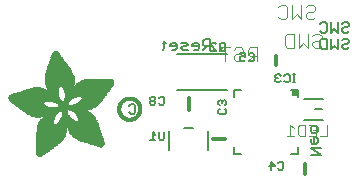
<source format=gbr>
G04 EAGLE Gerber RS-274X export*
G75*
%MOMM*%
%FSLAX34Y34*%
%LPD*%
%INSilkscreen Bottom*%
%IPPOS*%
%AMOC8*
5,1,8,0,0,1.08239X$1,22.5*%
G01*
%ADD10C,0.127000*%
%ADD11C,0.304800*%
%ADD12C,0.152400*%
%ADD13C,0.203200*%
%ADD14R,0.500000X0.500000*%
%ADD15C,0.101600*%
%ADD16C,0.076200*%
%ADD17R,0.125700X0.014000*%
%ADD18R,0.209500X0.014000*%
%ADD19R,0.279400X0.013900*%
%ADD20R,0.335300X0.014000*%
%ADD21R,0.377200X0.014000*%
%ADD22R,0.419100X0.013900*%
%ADD23R,0.475000X0.014000*%
%ADD24R,0.502900X0.014000*%
%ADD25R,0.530900X0.013900*%
%ADD26R,0.558800X0.014000*%
%ADD27R,0.586800X0.014000*%
%ADD28R,0.628600X0.014000*%
%ADD29R,0.642600X0.013900*%
%ADD30R,0.670500X0.014000*%
%ADD31R,0.698500X0.014000*%
%ADD32R,0.712500X0.013900*%
%ADD33R,0.740400X0.014000*%
%ADD34R,0.768400X0.014000*%
%ADD35R,0.782300X0.013900*%
%ADD36R,0.810300X0.014000*%
%ADD37R,0.824200X0.014000*%
%ADD38R,0.852200X0.014000*%
%ADD39R,0.880200X0.013900*%
%ADD40R,0.894100X0.014000*%
%ADD41R,0.908100X0.014000*%
%ADD42R,0.936000X0.013900*%
%ADD43R,0.950000X0.014000*%
%ADD44R,0.964000X0.014000*%
%ADD45R,0.991900X0.013900*%
%ADD46R,1.005900X0.014000*%
%ADD47R,1.033800X0.014000*%
%ADD48R,1.047800X0.014000*%
%ADD49R,1.061800X0.013900*%
%ADD50R,1.089700X0.014000*%
%ADD51R,1.103700X0.014000*%
%ADD52R,1.117600X0.013900*%
%ADD53R,1.145600X0.014000*%
%ADD54R,1.159600X0.014000*%
%ADD55R,1.173500X0.013900*%
%ADD56R,1.201500X0.014000*%
%ADD57R,1.215400X0.014000*%
%ADD58R,1.243400X0.014000*%
%ADD59R,1.257300X0.013900*%
%ADD60R,1.271300X0.014000*%
%ADD61R,1.299300X0.014000*%
%ADD62R,1.313200X0.013900*%
%ADD63R,1.327200X0.014000*%
%ADD64R,1.355100X0.014000*%
%ADD65R,1.369100X0.013900*%
%ADD66R,1.383100X0.014000*%
%ADD67R,1.411000X0.014000*%
%ADD68R,1.425000X0.014000*%
%ADD69R,1.452900X0.013900*%
%ADD70R,1.466900X0.014000*%
%ADD71R,1.480900X0.014000*%
%ADD72R,1.508800X0.013900*%
%ADD73R,1.522800X0.014000*%
%ADD74R,1.536700X0.014000*%
%ADD75R,0.167700X0.013900*%
%ADD76R,1.564700X0.013900*%
%ADD77R,0.265500X0.014000*%
%ADD78R,1.578700X0.014000*%
%ADD79R,0.349200X0.014000*%
%ADD80R,1.606600X0.014000*%
%ADD81R,0.405100X0.014000*%
%ADD82R,1.620600X0.014000*%
%ADD83R,0.475000X0.013900*%
%ADD84R,1.634500X0.013900*%
%ADD85R,0.530900X0.014000*%
%ADD86R,1.662500X0.014000*%
%ADD87R,1.676400X0.014000*%
%ADD88R,1.690400X0.013900*%
%ADD89R,1.718400X0.014000*%
%ADD90R,0.754400X0.014000*%
%ADD91R,1.732300X0.014000*%
%ADD92R,0.796300X0.013900*%
%ADD93R,1.746300X0.013900*%
%ADD94R,0.852100X0.014000*%
%ADD95R,1.774200X0.014000*%
%ADD96R,0.908000X0.014000*%
%ADD97R,1.788200X0.014000*%
%ADD98R,0.949900X0.014000*%
%ADD99R,1.816100X0.014000*%
%ADD100R,1.005900X0.013900*%
%ADD101R,1.830100X0.013900*%
%ADD102R,1.844100X0.014000*%
%ADD103R,1.872000X0.014000*%
%ADD104R,1.131600X0.013900*%
%ADD105R,1.886000X0.013900*%
%ADD106R,1.187500X0.014000*%
%ADD107R,1.900000X0.014000*%
%ADD108R,1.229400X0.014000*%
%ADD109R,1.927900X0.014000*%
%ADD110R,1.271300X0.013900*%
%ADD111R,1.941900X0.013900*%
%ADD112R,1.313200X0.014000*%
%ADD113R,1.955800X0.014000*%
%ADD114R,1.969800X0.014000*%
%ADD115R,1.397000X0.014000*%
%ADD116R,1.997800X0.014000*%
%ADD117R,1.439000X0.013900*%
%ADD118R,2.011700X0.013900*%
%ADD119R,2.025700X0.014000*%
%ADD120R,2.039700X0.014000*%
%ADD121R,1.550700X0.013900*%
%ADD122R,2.053600X0.013900*%
%ADD123R,1.592600X0.014000*%
%ADD124R,2.067600X0.014000*%
%ADD125R,1.634500X0.014000*%
%ADD126R,2.081600X0.014000*%
%ADD127R,2.095500X0.013900*%
%ADD128R,2.109500X0.014000*%
%ADD129R,1.760200X0.014000*%
%ADD130R,2.123500X0.014000*%
%ADD131R,1.802100X0.014000*%
%ADD132R,2.137500X0.014000*%
%ADD133R,1.844000X0.013900*%
%ADD134R,2.151400X0.013900*%
%ADD135R,1.871900X0.014000*%
%ADD136R,2.165400X0.014000*%
%ADD137R,1.913800X0.014000*%
%ADD138R,2.179400X0.014000*%
%ADD139R,1.955800X0.013900*%
%ADD140R,2.193300X0.013900*%
%ADD141R,1.983800X0.014000*%
%ADD142R,2.207300X0.014000*%
%ADD143R,2.221300X0.014000*%
%ADD144R,2.221300X0.013900*%
%ADD145R,2.095500X0.014000*%
%ADD146R,2.235200X0.014000*%
%ADD147R,2.249200X0.014000*%
%ADD148R,2.137400X0.014000*%
%ADD149R,2.263200X0.014000*%
%ADD150R,2.179300X0.013900*%
%ADD151R,2.277200X0.013900*%
%ADD152R,2.193300X0.014000*%
%ADD153R,2.277200X0.014000*%
%ADD154R,2.221200X0.014000*%
%ADD155R,2.291100X0.014000*%
%ADD156R,2.249100X0.013900*%
%ADD157R,2.305100X0.013900*%
%ADD158R,2.319100X0.014000*%
%ADD159R,2.277100X0.014000*%
%ADD160R,2.333000X0.013900*%
%ADD161R,2.319000X0.014000*%
%ADD162R,2.347000X0.014000*%
%ADD163R,2.333000X0.014000*%
%ADD164R,2.361000X0.014000*%
%ADD165R,2.360900X0.014000*%
%ADD166R,2.374900X0.013900*%
%ADD167R,2.388800X0.014000*%
%ADD168R,2.388900X0.014000*%
%ADD169R,2.416800X0.014000*%
%ADD170R,2.416900X0.013900*%
%ADD171R,2.402900X0.013900*%
%ADD172R,2.430800X0.014000*%
%ADD173R,2.402900X0.014000*%
%ADD174R,2.458800X0.014000*%
%ADD175R,2.416900X0.014000*%
%ADD176R,2.458700X0.013900*%
%ADD177R,2.430800X0.013900*%
%ADD178R,2.472700X0.014000*%
%ADD179R,2.500600X0.014000*%
%ADD180R,2.444800X0.014000*%
%ADD181R,2.514600X0.013900*%
%ADD182R,2.458800X0.013900*%
%ADD183R,2.528600X0.014000*%
%ADD184R,2.528500X0.014000*%
%ADD185R,2.542500X0.013900*%
%ADD186R,2.472700X0.013900*%
%ADD187R,2.556500X0.014000*%
%ADD188R,2.486700X0.014000*%
%ADD189R,2.570500X0.013900*%
%ADD190R,2.486700X0.013900*%
%ADD191R,2.584500X0.014000*%
%ADD192R,2.500700X0.014000*%
%ADD193R,2.584400X0.014000*%
%ADD194R,2.598400X0.014000*%
%ADD195R,2.514600X0.014000*%
%ADD196R,2.612400X0.013900*%
%ADD197R,2.612400X0.014000*%
%ADD198R,2.626300X0.014000*%
%ADD199R,2.640300X0.013900*%
%ADD200R,2.528600X0.013900*%
%ADD201R,2.640400X0.014000*%
%ADD202R,2.542600X0.014000*%
%ADD203R,2.654300X0.014000*%
%ADD204R,2.654300X0.013900*%
%ADD205R,2.542600X0.013900*%
%ADD206R,2.668300X0.014000*%
%ADD207R,2.556600X0.014000*%
%ADD208R,2.682200X0.014000*%
%ADD209R,2.668200X0.013900*%
%ADD210R,2.556600X0.013900*%
%ADD211R,2.570500X0.014000*%
%ADD212R,2.696200X0.014000*%
%ADD213R,2.682300X0.013900*%
%ADD214R,2.696300X0.014000*%
%ADD215R,2.696200X0.013900*%
%ADD216R,2.710200X0.014000*%
%ADD217R,2.710200X0.013900*%
%ADD218R,2.724100X0.014000*%
%ADD219R,2.710100X0.014000*%
%ADD220R,2.724100X0.013900*%
%ADD221R,2.584500X0.013900*%
%ADD222R,2.724200X0.014000*%
%ADD223R,2.724200X0.013900*%
%ADD224R,2.738100X0.013900*%
%ADD225R,2.738200X0.013900*%
%ADD226R,2.556500X0.013900*%
%ADD227R,5.238700X0.013900*%
%ADD228R,5.238700X0.014000*%
%ADD229R,5.224800X0.014000*%
%ADD230R,5.210800X0.013900*%
%ADD231R,5.210800X0.014000*%
%ADD232R,5.196800X0.014000*%
%ADD233R,5.182900X0.013900*%
%ADD234R,5.182900X0.014000*%
%ADD235R,5.168900X0.014000*%
%ADD236R,5.154900X0.014000*%
%ADD237R,5.154900X0.013900*%
%ADD238R,5.141000X0.014000*%
%ADD239R,5.127000X0.014000*%
%ADD240R,3.604200X0.013900*%
%ADD241R,1.411000X0.013900*%
%ADD242R,3.562300X0.014000*%
%ADD243R,1.383000X0.014000*%
%ADD244R,3.534400X0.014000*%
%ADD245R,1.369100X0.014000*%
%ADD246R,3.506500X0.013900*%
%ADD247R,1.341100X0.013900*%
%ADD248R,3.492500X0.014000*%
%ADD249R,1.341100X0.014000*%
%ADD250R,3.450600X0.014000*%
%ADD251R,1.313100X0.014000*%
%ADD252R,3.436600X0.014000*%
%ADD253R,3.422700X0.013900*%
%ADD254R,1.299200X0.013900*%
%ADD255R,3.394700X0.014000*%
%ADD256R,1.285300X0.014000*%
%ADD257R,3.380700X0.014000*%
%ADD258R,3.366700X0.013900*%
%ADD259R,3.338900X0.014000*%
%ADD260R,1.257300X0.014000*%
%ADD261R,3.324900X0.014000*%
%ADD262R,3.310900X0.013900*%
%ADD263R,1.243400X0.013900*%
%ADD264R,3.283000X0.014000*%
%ADD265R,3.255000X0.014000*%
%ADD266R,3.241000X0.013900*%
%ADD267R,1.215400X0.013900*%
%ADD268R,3.227100X0.014000*%
%ADD269R,3.213100X0.014000*%
%ADD270R,1.718300X0.013900*%
%ADD271R,1.187500X0.013900*%
%ADD272R,1.648500X0.014000*%
%ADD273R,1.187400X0.014000*%
%ADD274R,1.620500X0.014000*%
%ADD275R,1.592600X0.013900*%
%ADD276R,1.271200X0.013900*%
%ADD277R,1.173400X0.013900*%
%ADD278R,1.159500X0.014000*%
%ADD279R,1.564600X0.014000*%
%ADD280R,1.201400X0.014000*%
%ADD281R,1.145500X0.014000*%
%ADD282R,1.145500X0.013900*%
%ADD283R,1.550700X0.014000*%
%ADD284R,1.103600X0.014000*%
%ADD285R,1.131600X0.014000*%
%ADD286R,1.075700X0.014000*%
%ADD287R,1.117600X0.014000*%
%ADD288R,1.536700X0.013900*%
%ADD289R,1.047800X0.013900*%
%ADD290R,1.103600X0.013900*%
%ADD291R,1.522700X0.014000*%
%ADD292R,1.005800X0.014000*%
%ADD293R,0.991900X0.014000*%
%ADD294R,0.963900X0.013900*%
%ADD295R,1.075700X0.013900*%
%ADD296R,1.508800X0.014000*%
%ADD297R,1.075600X0.014000*%
%ADD298R,1.494800X0.014000*%
%ADD299R,1.061700X0.014000*%
%ADD300R,1.047700X0.014000*%
%ADD301R,1.494800X0.013900*%
%ADD302R,1.047700X0.013900*%
%ADD303R,1.480800X0.014000*%
%ADD304R,1.494700X0.014000*%
%ADD305R,0.838200X0.014000*%
%ADD306R,1.480800X0.013900*%
%ADD307R,0.810200X0.013900*%
%ADD308R,1.019800X0.013900*%
%ADD309R,1.466800X0.014000*%
%ADD310R,0.796300X0.014000*%
%ADD311R,0.768300X0.014000*%
%ADD312R,1.466800X0.013900*%
%ADD313R,0.754300X0.013900*%
%ADD314R,0.977900X0.013900*%
%ADD315R,0.139700X0.013900*%
%ADD316R,0.963900X0.014000*%
%ADD317R,0.712500X0.014000*%
%ADD318R,0.544800X0.014000*%
%ADD319R,0.670600X0.014000*%
%ADD320R,0.684600X0.013900*%
%ADD321R,0.922000X0.013900*%
%ADD322R,1.452900X0.014000*%
%ADD323R,0.656600X0.014000*%
%ADD324R,0.922100X0.014000*%
%ADD325R,0.866200X0.014000*%
%ADD326R,0.894000X0.013900*%
%ADD327R,1.033800X0.013900*%
%ADD328R,0.614600X0.014000*%
%ADD329R,0.866100X0.014000*%
%ADD330R,1.452800X0.014000*%
%ADD331R,0.600700X0.014000*%
%ADD332R,1.173500X0.014000*%
%ADD333R,1.438900X0.013900*%
%ADD334R,0.586700X0.013900*%
%ADD335R,0.838200X0.013900*%
%ADD336R,0.586700X0.014000*%
%ADD337R,2.151400X0.014000*%
%ADD338R,2.193200X0.014000*%
%ADD339R,1.438900X0.014000*%
%ADD340R,0.544900X0.014000*%
%ADD341R,0.544900X0.013900*%
%ADD342R,2.277100X0.013900*%
%ADD343R,0.516900X0.014000*%
%ADD344R,0.516900X0.013900*%
%ADD345R,0.489000X0.014000*%
%ADD346R,1.424900X0.014000*%
%ADD347R,2.444700X0.014000*%
%ADD348R,1.424900X0.013900*%
%ADD349R,0.461000X0.014000*%
%ADD350R,2.570400X0.014000*%
%ADD351R,1.425000X0.013900*%
%ADD352R,0.447000X0.013900*%
%ADD353R,1.410900X0.014000*%
%ADD354R,0.447000X0.014000*%
%ADD355R,0.433100X0.014000*%
%ADD356R,2.668200X0.014000*%
%ADD357R,0.433100X0.013900*%
%ADD358R,0.419100X0.014000*%
%ADD359R,2.738100X0.014000*%
%ADD360R,2.766100X0.014000*%
%ADD361R,1.397000X0.013900*%
%ADD362R,2.807900X0.013900*%
%ADD363R,2.835900X0.014000*%
%ADD364R,2.877900X0.014000*%
%ADD365R,0.433000X0.014000*%
%ADD366R,2.905700X0.014000*%
%ADD367R,1.369000X0.013900*%
%ADD368R,0.433000X0.013900*%
%ADD369R,2.947700X0.013900*%
%ADD370R,2.989500X0.014000*%
%ADD371R,3.031500X0.014000*%
%ADD372R,1.355100X0.013900*%
%ADD373R,0.488900X0.013900*%
%ADD374R,3.087300X0.013900*%
%ADD375R,1.341200X0.014000*%
%ADD376R,3.702000X0.014000*%
%ADD377R,3.716000X0.014000*%
%ADD378R,1.327100X0.013900*%
%ADD379R,3.757900X0.013900*%
%ADD380R,3.771900X0.014000*%
%ADD381R,1.299200X0.014000*%
%ADD382R,3.799900X0.014000*%
%ADD383R,3.841700X0.014000*%
%ADD384R,3.869700X0.013900*%
%ADD385R,3.925600X0.014000*%
%ADD386R,0.111800X0.014000*%
%ADD387R,5.266700X0.014000*%
%ADD388R,5.727700X0.013900*%
%ADD389R,5.825500X0.014000*%
%ADD390R,5.895400X0.014000*%
%ADD391R,5.965200X0.013900*%
%ADD392R,6.021100X0.014000*%
%ADD393R,6.076900X0.014000*%
%ADD394R,6.146800X0.014000*%
%ADD395R,6.188800X0.013900*%
%ADD396R,6.244600X0.014000*%
%ADD397R,6.286500X0.014000*%
%ADD398R,6.328400X0.013900*%
%ADD399R,6.384300X0.014000*%
%ADD400R,3.352800X0.014000*%
%ADD401R,2.821900X0.014000*%
%ADD402R,3.283000X0.013900*%
%ADD403R,3.241100X0.014000*%
%ADD404R,2.682300X0.014000*%
%ADD405R,3.241000X0.014000*%
%ADD406R,2.640300X0.014000*%
%ADD407R,3.227100X0.013900*%
%ADD408R,2.584400X0.013900*%
%ADD409R,3.227000X0.014000*%
%ADD410R,3.269000X0.013900*%
%ADD411R,3.282900X0.014000*%
%ADD412R,3.310900X0.014000*%
%ADD413R,3.338800X0.013900*%
%ADD414R,0.922000X0.014000*%
%ADD415R,2.123400X0.013900*%
%ADD416R,0.894100X0.013900*%
%ADD417R,2.081500X0.014000*%
%ADD418R,0.894000X0.014000*%
%ADD419R,0.908100X0.013900*%
%ADD420R,2.039600X0.014000*%
%ADD421R,2.011700X0.014000*%
%ADD422R,0.936000X0.014000*%
%ADD423R,1.969700X0.013900*%
%ADD424R,0.977900X0.014000*%
%ADD425R,1.941900X0.014000*%
%ADD426R,1.927800X0.013900*%
%ADD427R,1.913900X0.014000*%
%ADD428R,1.913800X0.013900*%
%ADD429R,2.794000X0.013900*%
%ADD430R,1.899900X0.014000*%
%ADD431R,1.229300X0.014000*%
%ADD432R,1.285200X0.014000*%
%ADD433R,2.919700X0.014000*%
%ADD434R,1.872000X0.013900*%
%ADD435R,2.961600X0.013900*%
%ADD436R,1.858000X0.014000*%
%ADD437R,3.031400X0.014000*%
%ADD438R,3.115300X0.014000*%
%ADD439R,1.858000X0.013900*%
%ADD440R,5.029200X0.013900*%
%ADD441R,4.428500X0.014000*%
%ADD442R,1.844000X0.014000*%
%ADD443R,4.414500X0.014000*%
%ADD444R,4.414500X0.013900*%
%ADD445R,1.830100X0.014000*%
%ADD446R,4.414600X0.014000*%
%ADD447R,1.830000X0.014000*%
%ADD448R,0.530800X0.014000*%
%ADD449R,4.400500X0.014000*%
%ADD450R,4.400500X0.013900*%
%ADD451R,4.400600X0.014000*%
%ADD452R,0.572800X0.013900*%
%ADD453R,4.386600X0.013900*%
%ADD454R,4.386500X0.014000*%
%ADD455R,0.614700X0.013900*%
%ADD456R,4.372600X0.013900*%
%ADD457R,0.642600X0.014000*%
%ADD458R,4.372600X0.014000*%
%ADD459R,0.698500X0.013900*%
%ADD460R,4.358600X0.013900*%
%ADD461R,0.712400X0.014000*%
%ADD462R,4.358600X0.014000*%
%ADD463R,4.344700X0.014000*%
%ADD464R,1.871900X0.013900*%
%ADD465R,0.768300X0.013900*%
%ADD466R,4.330700X0.013900*%
%ADD467R,1.885900X0.014000*%
%ADD468R,0.782300X0.014000*%
%ADD469R,4.330700X0.014000*%
%ADD470R,4.316700X0.014000*%
%ADD471R,1.899900X0.013900*%
%ADD472R,0.852200X0.013900*%
%ADD473R,4.316700X0.013900*%
%ADD474R,0.880100X0.014000*%
%ADD475R,4.302700X0.014000*%
%ADD476R,1.941800X0.014000*%
%ADD477R,4.288800X0.014000*%
%ADD478R,1.983700X0.013900*%
%ADD479R,4.274800X0.013900*%
%ADD480R,4.274800X0.014000*%
%ADD481R,4.260800X0.014000*%
%ADD482R,3.408700X0.013900*%
%ADD483R,4.260800X0.013900*%
%ADD484R,3.408700X0.014000*%
%ADD485R,4.232900X0.014000*%
%ADD486R,3.422700X0.014000*%
%ADD487R,4.219000X0.014000*%
%ADD488R,3.436600X0.013900*%
%ADD489R,4.219000X0.013900*%
%ADD490R,4.205000X0.014000*%
%ADD491R,4.177000X0.014000*%
%ADD492R,3.464600X0.014000*%
%ADD493R,4.163100X0.014000*%
%ADD494R,3.478600X0.013900*%
%ADD495R,4.135100X0.013900*%
%ADD496R,3.478600X0.014000*%
%ADD497R,4.121100X0.014000*%
%ADD498R,4.093200X0.014000*%
%ADD499R,4.051300X0.013900*%
%ADD500R,3.520500X0.014000*%
%ADD501R,4.009400X0.014000*%
%ADD502R,3.981400X0.014000*%
%ADD503R,3.548300X0.013900*%
%ADD504R,3.939500X0.013900*%
%ADD505R,3.897600X0.014000*%
%ADD506R,3.576300X0.014000*%
%ADD507R,3.799800X0.014000*%
%ADD508R,3.590200X0.013900*%
%ADD509R,3.744000X0.013900*%
%ADD510R,3.604200X0.014000*%
%ADD511R,3.702100X0.014000*%
%ADD512R,3.618200X0.014000*%
%ADD513R,3.660200X0.014000*%
%ADD514R,3.632200X0.013900*%
%ADD515R,3.618300X0.013900*%
%ADD516R,3.646200X0.014000*%
%ADD517R,3.576400X0.014000*%
%ADD518R,3.660100X0.014000*%
%ADD519R,3.660100X0.013900*%
%ADD520R,3.674100X0.014000*%
%ADD521R,3.436700X0.014000*%
%ADD522R,2.612300X0.014000*%
%ADD523R,0.782400X0.014000*%
%ADD524R,3.716000X0.013900*%
%ADD525R,2.500600X0.013900*%
%ADD526R,3.730000X0.014000*%
%ADD527R,3.758000X0.014000*%
%ADD528R,2.374900X0.014000*%
%ADD529R,3.771900X0.013900*%
%ADD530R,0.824300X0.013900*%
%ADD531R,2.305000X0.013900*%
%ADD532R,3.785900X0.014000*%
%ADD533R,3.813800X0.013900*%
%ADD534R,3.827800X0.014000*%
%ADD535R,3.855700X0.014000*%
%ADD536R,3.883700X0.014000*%
%ADD537R,1.802200X0.014000*%
%ADD538R,3.897700X0.014000*%
%ADD539R,1.746300X0.014000*%
%ADD540R,3.911600X0.013900*%
%ADD541R,0.949900X0.013900*%
%ADD542R,1.676400X0.013900*%
%ADD543R,3.939500X0.014000*%
%ADD544R,1.550600X0.014000*%
%ADD545R,3.967500X0.013900*%
%ADD546R,1.327100X0.014000*%
%ADD547R,1.019800X0.014000*%
%ADD548R,4.037300X0.013900*%
%ADD549R,3.213100X0.013900*%
%ADD550R,0.866200X0.013900*%
%ADD551R,1.061700X0.013900*%
%ADD552R,0.908000X0.013900*%
%ADD553R,1.089600X0.014000*%
%ADD554R,0.181700X0.014000*%
%ADD555R,2.346900X0.014000*%
%ADD556R,2.346900X0.013900*%
%ADD557R,3.227000X0.013900*%
%ADD558R,2.388900X0.013900*%
%ADD559R,2.416800X0.013900*%
%ADD560R,2.430700X0.014000*%
%ADD561R,3.199100X0.013900*%
%ADD562R,2.444700X0.013900*%
%ADD563R,3.199200X0.014000*%
%ADD564R,3.185200X0.014000*%
%ADD565R,2.458700X0.014000*%
%ADD566R,3.185100X0.013900*%
%ADD567R,3.171100X0.014000*%
%ADD568R,3.157200X0.014000*%
%ADD569R,3.143200X0.013900*%
%ADD570R,3.129300X0.014000*%
%ADD571R,3.101300X0.014000*%
%ADD572R,3.087400X0.013900*%
%ADD573R,3.087400X0.014000*%
%ADD574R,3.059400X0.014000*%
%ADD575R,3.031500X0.013900*%
%ADD576R,3.017500X0.014000*%
%ADD577R,2.989600X0.014000*%
%ADD578R,2.975600X0.014000*%
%ADD579R,2.891700X0.014000*%
%ADD580R,2.849900X0.013900*%
%ADD581R,2.822000X0.014000*%
%ADD582R,2.794000X0.014000*%
%ADD583R,2.752100X0.013900*%
%ADD584R,2.305000X0.014000*%
%ADD585R,2.109400X0.013900*%
%ADD586R,1.969700X0.014000*%
%ADD587R,2.486600X0.014000*%
%ADD588R,2.472600X0.014000*%
%ADD589R,2.472600X0.013900*%
%ADD590R,2.402800X0.013900*%
%ADD591R,2.402800X0.014000*%
%ADD592R,2.360900X0.013900*%
%ADD593R,2.319100X0.013900*%
%ADD594R,2.291100X0.013900*%
%ADD595R,2.263100X0.013900*%
%ADD596R,2.249100X0.014000*%
%ADD597R,2.179300X0.014000*%
%ADD598R,2.109400X0.014000*%
%ADD599R,2.067600X0.013900*%
%ADD600R,2.053600X0.014000*%
%ADD601R,2.025600X0.014000*%
%ADD602R,2.025600X0.013900*%
%ADD603R,1.983700X0.014000*%
%ADD604R,1.927900X0.013900*%
%ADD605R,1.886000X0.014000*%
%ADD606R,1.816100X0.013900*%
%ADD607R,1.760200X0.013900*%
%ADD608R,1.732300X0.013900*%
%ADD609R,1.718300X0.014000*%
%ADD610R,1.704300X0.014000*%
%ADD611R,1.690400X0.014000*%
%ADD612R,1.662400X0.013900*%
%ADD613R,1.662400X0.014000*%
%ADD614R,1.648400X0.014000*%
%ADD615R,1.620500X0.013900*%
%ADD616R,1.578600X0.013900*%
%ADD617R,1.522700X0.013900*%
%ADD618R,1.480900X0.013900*%
%ADD619R,1.383000X0.013900*%
%ADD620R,1.369000X0.014000*%
%ADD621R,1.341200X0.013900*%
%ADD622R,1.243300X0.013900*%
%ADD623R,1.215300X0.014000*%
%ADD624R,1.201400X0.013900*%
%ADD625R,1.159500X0.013900*%
%ADD626R,1.089600X0.013900*%
%ADD627R,0.880200X0.014000*%
%ADD628R,0.810200X0.014000*%
%ADD629R,0.726500X0.014000*%
%ADD630R,0.684500X0.014000*%
%ADD631R,0.600700X0.013900*%
%ADD632R,0.530800X0.013900*%
%ADD633R,0.503000X0.014000*%
%ADD634R,0.335200X0.013900*%
%ADD635R,0.279400X0.014000*%
%ADD636R,0.223600X0.014000*%
%ADD637R,0.111800X0.013900*%


D10*
X172959Y50165D02*
X172959Y59063D01*
X168510Y59063D01*
X167027Y57580D01*
X167027Y54614D01*
X168510Y53131D01*
X172959Y53131D01*
X169993Y53131D02*
X167027Y50165D01*
X162121Y50165D02*
X159155Y50165D01*
X162121Y50165D02*
X163604Y51648D01*
X163604Y54614D01*
X162121Y56097D01*
X159155Y56097D01*
X157672Y54614D01*
X157672Y53131D01*
X163604Y53131D01*
X154248Y50165D02*
X149800Y50165D01*
X148317Y51648D01*
X149800Y53131D01*
X152766Y53131D01*
X154248Y54614D01*
X152766Y56097D01*
X148317Y56097D01*
X143410Y50165D02*
X140444Y50165D01*
X143410Y50165D02*
X144893Y51648D01*
X144893Y54614D01*
X143410Y56097D01*
X140444Y56097D01*
X138962Y54614D01*
X138962Y53131D01*
X144893Y53131D01*
X134055Y51648D02*
X134055Y57580D01*
X134055Y51648D02*
X132572Y50165D01*
X132572Y56097D02*
X135538Y56097D01*
X284326Y72185D02*
X285809Y73668D01*
X288775Y73668D01*
X290258Y72185D01*
X290258Y70702D01*
X288775Y69219D01*
X285809Y69219D01*
X284326Y67736D01*
X284326Y66253D01*
X285809Y64770D01*
X288775Y64770D01*
X290258Y66253D01*
X280903Y64770D02*
X280903Y73668D01*
X277937Y67736D02*
X280903Y64770D01*
X277937Y67736D02*
X274971Y64770D01*
X274971Y73668D01*
X267099Y73668D02*
X265616Y72185D01*
X267099Y73668D02*
X270065Y73668D01*
X271547Y72185D01*
X271547Y66253D01*
X270065Y64770D01*
X267099Y64770D01*
X265616Y66253D01*
X284326Y58215D02*
X285809Y59698D01*
X288775Y59698D01*
X290258Y58215D01*
X290258Y56732D01*
X288775Y55249D01*
X285809Y55249D01*
X284326Y53766D01*
X284326Y52283D01*
X285809Y50800D01*
X288775Y50800D01*
X290258Y52283D01*
X280903Y50800D02*
X280903Y59698D01*
X277937Y53766D02*
X280903Y50800D01*
X277937Y53766D02*
X274971Y50800D01*
X274971Y59698D01*
X271547Y59698D02*
X271547Y50800D01*
X267099Y50800D01*
X265616Y52283D01*
X265616Y58215D01*
X267099Y59698D01*
X271547Y59698D01*
X266708Y-38798D02*
X257810Y-38798D01*
X257810Y-32866D02*
X266708Y-38798D01*
X266708Y-32866D02*
X257810Y-32866D01*
X257810Y-27960D02*
X257810Y-24994D01*
X257810Y-27960D02*
X259293Y-29443D01*
X262259Y-29443D01*
X263742Y-27960D01*
X263742Y-24994D01*
X262259Y-23511D01*
X260776Y-23511D01*
X260776Y-29443D01*
X257810Y-18605D02*
X257810Y-15639D01*
X259293Y-14156D01*
X262259Y-14156D01*
X263742Y-15639D01*
X263742Y-18605D01*
X262259Y-20087D01*
X259293Y-20087D01*
X257810Y-18605D01*
D11*
X154940Y-635D02*
X154940Y9525D01*
D12*
X130553Y10547D02*
X129452Y9445D01*
X130553Y10547D02*
X132756Y10547D01*
X133858Y9445D01*
X133858Y5039D01*
X132756Y3937D01*
X130553Y3937D01*
X129452Y5039D01*
X126374Y9445D02*
X125272Y10547D01*
X123069Y10547D01*
X121967Y9445D01*
X121967Y8343D01*
X123069Y7242D01*
X121967Y6140D01*
X121967Y5039D01*
X123069Y3937D01*
X125272Y3937D01*
X126374Y5039D01*
X126374Y6140D01*
X125272Y7242D01*
X126374Y8343D01*
X126374Y9445D01*
X125272Y7242D02*
X123069Y7242D01*
D11*
X175260Y-25400D02*
X185420Y-25400D01*
D12*
X186442Y-1013D02*
X185340Y88D01*
X186442Y-1013D02*
X186442Y-3216D01*
X185340Y-4318D01*
X180934Y-4318D01*
X179832Y-3216D01*
X179832Y-1013D01*
X180934Y88D01*
X185340Y3166D02*
X186442Y4268D01*
X186442Y6471D01*
X185340Y7573D01*
X184238Y7573D01*
X183137Y6471D01*
X183137Y5369D01*
X183137Y6471D02*
X182035Y7573D01*
X180934Y7573D01*
X179832Y6471D01*
X179832Y4268D01*
X180934Y3166D01*
D13*
X186735Y46369D02*
X144735Y46369D01*
X144735Y15861D02*
X186735Y15861D01*
D12*
X185293Y50759D02*
X185293Y55165D01*
X184191Y56267D01*
X181988Y56267D01*
X180887Y55165D01*
X180887Y50759D01*
X181988Y49657D01*
X184191Y49657D01*
X185293Y50759D01*
X183090Y51860D02*
X180887Y49657D01*
X177809Y49657D02*
X173402Y49657D01*
X173402Y54063D02*
X177809Y49657D01*
X173402Y54063D02*
X173402Y55165D01*
X174504Y56267D01*
X176707Y56267D01*
X177809Y55165D01*
D10*
X241345Y16205D02*
X247345Y16205D01*
X247345Y10205D01*
X199345Y16205D02*
X193345Y16205D01*
X193345Y10205D01*
X247345Y-31795D02*
X247345Y-37795D01*
X241345Y-37795D01*
X193345Y-37795D02*
X193345Y-31795D01*
X193345Y-37795D02*
X199345Y-37795D01*
D14*
X244845Y13705D03*
D12*
X244983Y22947D02*
X242780Y22947D01*
X243881Y22947D02*
X243881Y29557D01*
X242780Y29557D02*
X244983Y29557D01*
X236689Y29557D02*
X235587Y28455D01*
X236689Y29557D02*
X238892Y29557D01*
X239994Y28455D01*
X239994Y24049D01*
X238892Y22947D01*
X236689Y22947D01*
X235587Y24049D01*
X232509Y28455D02*
X231408Y29557D01*
X229205Y29557D01*
X228103Y28455D01*
X228103Y27353D01*
X229205Y26252D01*
X230306Y26252D01*
X229205Y26252D02*
X228103Y25150D01*
X228103Y24049D01*
X229205Y22947D01*
X231408Y22947D01*
X232509Y24049D01*
D15*
X253832Y86199D02*
X255781Y88148D01*
X259679Y88148D01*
X261628Y86199D01*
X261628Y84250D01*
X259679Y82301D01*
X255781Y82301D01*
X253832Y80352D01*
X253832Y78403D01*
X255781Y76454D01*
X259679Y76454D01*
X261628Y78403D01*
X249934Y76454D02*
X249934Y88148D01*
X246036Y80352D02*
X249934Y76454D01*
X246036Y80352D02*
X242138Y76454D01*
X242138Y88148D01*
X232393Y88148D02*
X230444Y86199D01*
X232393Y88148D02*
X236291Y88148D01*
X238240Y86199D01*
X238240Y78403D01*
X236291Y76454D01*
X232393Y76454D01*
X230444Y78403D01*
X259412Y61932D02*
X261361Y63881D01*
X265259Y63881D01*
X267208Y61932D01*
X267208Y59983D01*
X265259Y58034D01*
X261361Y58034D01*
X259412Y56085D01*
X259412Y54136D01*
X261361Y52187D01*
X265259Y52187D01*
X267208Y54136D01*
X255514Y52187D02*
X255514Y63881D01*
X251616Y56085D02*
X255514Y52187D01*
X251616Y56085D02*
X247718Y52187D01*
X247718Y63881D01*
X243820Y63881D02*
X243820Y52187D01*
X237973Y52187D01*
X236024Y54136D01*
X236024Y61932D01*
X237973Y63881D01*
X243820Y63881D01*
D11*
X253365Y-46800D02*
X253365Y-54800D01*
D12*
X231518Y-44698D02*
X230417Y-45800D01*
X231518Y-44698D02*
X233721Y-44698D01*
X234823Y-45800D01*
X234823Y-50206D01*
X233721Y-51308D01*
X231518Y-51308D01*
X230417Y-50206D01*
X224034Y-51308D02*
X224034Y-44698D01*
X227339Y-48003D01*
X222932Y-48003D01*
D13*
X170805Y-34670D02*
X170805Y-18670D01*
X137805Y-18670D02*
X137805Y-34670D01*
X150305Y-16170D02*
X158305Y-16170D01*
D12*
X133763Y-19298D02*
X133763Y-24806D01*
X132661Y-25908D01*
X130458Y-25908D01*
X129357Y-24806D01*
X129357Y-19298D01*
X126279Y-21502D02*
X124076Y-19298D01*
X124076Y-25908D01*
X126279Y-25908D02*
X121872Y-25908D01*
D11*
X228600Y37275D02*
X228600Y45275D01*
D12*
X206753Y47377D02*
X205652Y46275D01*
X206753Y47377D02*
X208956Y47377D01*
X210058Y46275D01*
X210058Y41869D01*
X208956Y40767D01*
X206753Y40767D01*
X205652Y41869D01*
X202574Y47377D02*
X198167Y47377D01*
X202574Y47377D02*
X202574Y44072D01*
X200371Y45173D01*
X199269Y45173D01*
X198167Y44072D01*
X198167Y41869D01*
X199269Y40767D01*
X201472Y40767D01*
X202574Y41869D01*
D15*
X212598Y40757D02*
X212598Y52451D01*
X206751Y52451D01*
X204802Y50502D01*
X204802Y46604D01*
X206751Y44655D01*
X212598Y44655D01*
X208700Y44655D02*
X204802Y40757D01*
X193108Y50502D02*
X195057Y52451D01*
X198955Y52451D01*
X200904Y50502D01*
X200904Y48553D01*
X198955Y46604D01*
X195057Y46604D01*
X193108Y44655D01*
X193108Y42706D01*
X195057Y40757D01*
X198955Y40757D01*
X200904Y42706D01*
X185312Y40757D02*
X185312Y52451D01*
X189210Y52451D02*
X181414Y52451D01*
D11*
X95795Y0D02*
X95798Y220D01*
X95806Y441D01*
X95819Y661D01*
X95838Y880D01*
X95863Y1099D01*
X95892Y1318D01*
X95927Y1535D01*
X95968Y1752D01*
X96013Y1968D01*
X96064Y2182D01*
X96120Y2395D01*
X96182Y2607D01*
X96248Y2817D01*
X96320Y3025D01*
X96397Y3232D01*
X96479Y3436D01*
X96565Y3639D01*
X96657Y3839D01*
X96754Y4038D01*
X96855Y4233D01*
X96962Y4426D01*
X97073Y4617D01*
X97188Y4804D01*
X97308Y4989D01*
X97433Y5171D01*
X97562Y5349D01*
X97696Y5525D01*
X97833Y5697D01*
X97975Y5865D01*
X98121Y6031D01*
X98271Y6192D01*
X98425Y6350D01*
X98583Y6504D01*
X98744Y6654D01*
X98910Y6800D01*
X99078Y6942D01*
X99250Y7079D01*
X99426Y7213D01*
X99604Y7342D01*
X99786Y7467D01*
X99971Y7587D01*
X100158Y7702D01*
X100349Y7813D01*
X100542Y7920D01*
X100737Y8021D01*
X100936Y8118D01*
X101136Y8210D01*
X101339Y8296D01*
X101543Y8378D01*
X101750Y8455D01*
X101958Y8527D01*
X102168Y8593D01*
X102380Y8655D01*
X102593Y8711D01*
X102807Y8762D01*
X103023Y8807D01*
X103240Y8848D01*
X103457Y8883D01*
X103676Y8912D01*
X103895Y8937D01*
X104114Y8956D01*
X104334Y8969D01*
X104555Y8977D01*
X104775Y8980D01*
X104995Y8977D01*
X105216Y8969D01*
X105436Y8956D01*
X105655Y8937D01*
X105874Y8912D01*
X106093Y8883D01*
X106310Y8848D01*
X106527Y8807D01*
X106743Y8762D01*
X106957Y8711D01*
X107170Y8655D01*
X107382Y8593D01*
X107592Y8527D01*
X107800Y8455D01*
X108007Y8378D01*
X108211Y8296D01*
X108414Y8210D01*
X108614Y8118D01*
X108813Y8021D01*
X109008Y7920D01*
X109201Y7813D01*
X109392Y7702D01*
X109579Y7587D01*
X109764Y7467D01*
X109946Y7342D01*
X110124Y7213D01*
X110300Y7079D01*
X110472Y6942D01*
X110640Y6800D01*
X110806Y6654D01*
X110967Y6504D01*
X111125Y6350D01*
X111279Y6192D01*
X111429Y6031D01*
X111575Y5865D01*
X111717Y5697D01*
X111854Y5525D01*
X111988Y5349D01*
X112117Y5171D01*
X112242Y4989D01*
X112362Y4804D01*
X112477Y4617D01*
X112588Y4426D01*
X112695Y4233D01*
X112796Y4038D01*
X112893Y3839D01*
X112985Y3639D01*
X113071Y3436D01*
X113153Y3232D01*
X113230Y3025D01*
X113302Y2817D01*
X113368Y2607D01*
X113430Y2395D01*
X113486Y2182D01*
X113537Y1968D01*
X113582Y1752D01*
X113623Y1535D01*
X113658Y1318D01*
X113687Y1099D01*
X113712Y880D01*
X113731Y661D01*
X113744Y441D01*
X113752Y220D01*
X113755Y0D01*
X113752Y-220D01*
X113744Y-441D01*
X113731Y-661D01*
X113712Y-880D01*
X113687Y-1099D01*
X113658Y-1318D01*
X113623Y-1535D01*
X113582Y-1752D01*
X113537Y-1968D01*
X113486Y-2182D01*
X113430Y-2395D01*
X113368Y-2607D01*
X113302Y-2817D01*
X113230Y-3025D01*
X113153Y-3232D01*
X113071Y-3436D01*
X112985Y-3639D01*
X112893Y-3839D01*
X112796Y-4038D01*
X112695Y-4233D01*
X112588Y-4426D01*
X112477Y-4617D01*
X112362Y-4804D01*
X112242Y-4989D01*
X112117Y-5171D01*
X111988Y-5349D01*
X111854Y-5525D01*
X111717Y-5697D01*
X111575Y-5865D01*
X111429Y-6031D01*
X111279Y-6192D01*
X111125Y-6350D01*
X110967Y-6504D01*
X110806Y-6654D01*
X110640Y-6800D01*
X110472Y-6942D01*
X110300Y-7079D01*
X110124Y-7213D01*
X109946Y-7342D01*
X109764Y-7467D01*
X109579Y-7587D01*
X109392Y-7702D01*
X109201Y-7813D01*
X109008Y-7920D01*
X108813Y-8021D01*
X108614Y-8118D01*
X108414Y-8210D01*
X108211Y-8296D01*
X108007Y-8378D01*
X107800Y-8455D01*
X107592Y-8527D01*
X107382Y-8593D01*
X107170Y-8655D01*
X106957Y-8711D01*
X106743Y-8762D01*
X106527Y-8807D01*
X106310Y-8848D01*
X106093Y-8883D01*
X105874Y-8912D01*
X105655Y-8937D01*
X105436Y-8956D01*
X105216Y-8969D01*
X104995Y-8977D01*
X104775Y-8980D01*
X104555Y-8977D01*
X104334Y-8969D01*
X104114Y-8956D01*
X103895Y-8937D01*
X103676Y-8912D01*
X103457Y-8883D01*
X103240Y-8848D01*
X103023Y-8807D01*
X102807Y-8762D01*
X102593Y-8711D01*
X102380Y-8655D01*
X102168Y-8593D01*
X101958Y-8527D01*
X101750Y-8455D01*
X101543Y-8378D01*
X101339Y-8296D01*
X101136Y-8210D01*
X100936Y-8118D01*
X100737Y-8021D01*
X100542Y-7920D01*
X100349Y-7813D01*
X100158Y-7702D01*
X99971Y-7587D01*
X99786Y-7467D01*
X99604Y-7342D01*
X99426Y-7213D01*
X99250Y-7079D01*
X99078Y-6942D01*
X98910Y-6800D01*
X98744Y-6654D01*
X98583Y-6504D01*
X98425Y-6350D01*
X98271Y-6192D01*
X98121Y-6031D01*
X97975Y-5865D01*
X97833Y-5697D01*
X97696Y-5525D01*
X97562Y-5349D01*
X97433Y-5171D01*
X97308Y-4989D01*
X97188Y-4804D01*
X97073Y-4617D01*
X96962Y-4426D01*
X96855Y-4233D01*
X96754Y-4038D01*
X96657Y-3839D01*
X96565Y-3639D01*
X96479Y-3436D01*
X96397Y-3232D01*
X96320Y-3025D01*
X96248Y-2817D01*
X96182Y-2607D01*
X96120Y-2395D01*
X96064Y-2182D01*
X96013Y-1968D01*
X95968Y-1752D01*
X95927Y-1535D01*
X95892Y-1318D01*
X95863Y-1099D01*
X95838Y-880D01*
X95819Y-661D01*
X95806Y-441D01*
X95798Y-220D01*
X95795Y0D01*
D13*
X104135Y2715D02*
X105491Y4071D01*
X108202Y4071D01*
X109558Y2715D01*
X109558Y-2708D01*
X108202Y-4064D01*
X105491Y-4064D01*
X104135Y-2708D01*
D12*
X252350Y-9000D02*
X268350Y-9000D01*
X267350Y0D02*
X261850Y0D01*
X268350Y9000D02*
X252350Y9000D01*
D16*
X271990Y-13073D02*
X271990Y-22479D01*
X265719Y-22479D01*
X262635Y-13073D02*
X256364Y-13073D01*
X262635Y-13073D02*
X262635Y-22479D01*
X256364Y-22479D01*
X259499Y-17776D02*
X262635Y-17776D01*
X253279Y-13073D02*
X253279Y-22479D01*
X248576Y-22479D01*
X247009Y-20911D01*
X247009Y-14641D01*
X248576Y-13073D01*
X253279Y-13073D01*
X243924Y-16208D02*
X240789Y-13073D01*
X240789Y-22479D01*
X243924Y-22479D02*
X237654Y-22479D01*
D17*
X28855Y-40640D03*
D18*
X28855Y-40500D03*
D19*
X28924Y-40361D03*
D20*
X28925Y-40221D03*
D21*
X28854Y-40081D03*
D22*
X28925Y-39942D03*
D23*
X28924Y-39802D03*
D24*
X28925Y-39662D03*
D25*
X28925Y-39523D03*
D26*
X29064Y-39383D03*
D27*
X29064Y-39243D03*
D28*
X29134Y-39103D03*
D29*
X29204Y-38964D03*
D30*
X29204Y-38824D03*
D31*
X29344Y-38684D03*
D32*
X29414Y-38545D03*
D33*
X29413Y-38405D03*
D34*
X29553Y-38265D03*
D35*
X29623Y-38126D03*
D36*
X29763Y-37986D03*
D37*
X29832Y-37846D03*
D38*
X29832Y-37706D03*
D39*
X29972Y-37567D03*
D40*
X30042Y-37427D03*
D41*
X30112Y-37287D03*
D42*
X30251Y-37148D03*
D43*
X30321Y-37008D03*
D44*
X30391Y-36868D03*
D45*
X30531Y-36729D03*
D46*
X30601Y-36589D03*
D47*
X30740Y-36449D03*
D48*
X30810Y-36309D03*
D49*
X30880Y-36170D03*
D50*
X31020Y-36030D03*
D51*
X31090Y-35890D03*
D52*
X31159Y-35751D03*
D53*
X31299Y-35611D03*
D54*
X31369Y-35471D03*
D55*
X31439Y-35332D03*
D56*
X31579Y-35192D03*
D57*
X31648Y-35052D03*
D58*
X31788Y-34912D03*
D59*
X31858Y-34773D03*
D60*
X31928Y-34633D03*
D61*
X32068Y-34493D03*
D62*
X32137Y-34354D03*
D63*
X32207Y-34214D03*
D64*
X32347Y-34074D03*
D65*
X32417Y-33935D03*
D66*
X32487Y-33795D03*
D67*
X32626Y-33655D03*
D68*
X32696Y-33515D03*
D69*
X32836Y-33376D03*
D70*
X32906Y-33236D03*
D71*
X32976Y-33096D03*
D72*
X33115Y-32957D03*
D73*
X33185Y-32817D03*
D74*
X33255Y-32677D03*
D75*
X80055Y-32538D03*
D76*
X33395Y-32538D03*
D77*
X79985Y-32398D03*
D78*
X33465Y-32398D03*
D79*
X79845Y-32258D03*
D80*
X33604Y-32258D03*
D81*
X79706Y-32118D03*
D82*
X33674Y-32118D03*
D83*
X79635Y-31979D03*
D84*
X33744Y-31979D03*
D85*
X79496Y-31839D03*
D86*
X33884Y-31839D03*
D27*
X79356Y-31699D03*
D87*
X33953Y-31699D03*
D29*
X79216Y-31560D03*
D88*
X34023Y-31560D03*
D31*
X79077Y-31420D03*
D89*
X34163Y-31420D03*
D90*
X78937Y-31280D03*
D91*
X34233Y-31280D03*
D92*
X78728Y-31141D03*
D93*
X34303Y-31141D03*
D94*
X78588Y-31001D03*
D95*
X34442Y-31001D03*
D96*
X78448Y-30861D03*
D97*
X34512Y-30861D03*
D98*
X78239Y-30721D03*
D99*
X34652Y-30721D03*
D100*
X78099Y-30582D03*
D101*
X34722Y-30582D03*
D48*
X77889Y-30442D03*
D102*
X34792Y-30442D03*
D50*
X77680Y-30302D03*
D103*
X34931Y-30302D03*
D104*
X77470Y-30163D03*
D105*
X35001Y-30163D03*
D106*
X77331Y-30023D03*
D107*
X35071Y-30023D03*
D108*
X77121Y-29883D03*
D109*
X35211Y-29883D03*
D110*
X76912Y-29744D03*
D111*
X35281Y-29744D03*
D112*
X76702Y-29604D03*
D113*
X35350Y-29604D03*
D64*
X76493Y-29464D03*
D114*
X35420Y-29464D03*
D115*
X76283Y-29324D03*
D116*
X35560Y-29324D03*
D117*
X76073Y-29185D03*
D118*
X35630Y-29185D03*
D71*
X75864Y-29045D03*
D119*
X35700Y-29045D03*
D73*
X75654Y-28905D03*
D120*
X35770Y-28905D03*
D121*
X75375Y-28766D03*
D122*
X35839Y-28766D03*
D123*
X75165Y-28626D03*
D124*
X35909Y-28626D03*
D125*
X74956Y-28486D03*
D126*
X35979Y-28486D03*
D88*
X74676Y-28347D03*
D127*
X36049Y-28347D03*
D91*
X74467Y-28207D03*
D128*
X36119Y-28207D03*
D129*
X74187Y-28067D03*
D130*
X36189Y-28067D03*
D131*
X73978Y-27927D03*
D132*
X36259Y-27927D03*
D133*
X73768Y-27788D03*
D134*
X36328Y-27788D03*
D135*
X73489Y-27648D03*
D136*
X36398Y-27648D03*
D137*
X73279Y-27508D03*
D138*
X36468Y-27508D03*
D139*
X73069Y-27369D03*
D140*
X36538Y-27369D03*
D141*
X72790Y-27229D03*
D142*
X36608Y-27229D03*
D119*
X72581Y-27089D03*
D143*
X36678Y-27089D03*
D122*
X72441Y-26950D03*
D144*
X36678Y-26950D03*
D145*
X72232Y-26810D03*
D146*
X36747Y-26810D03*
D128*
X72022Y-26670D03*
D147*
X36817Y-26670D03*
D148*
X71882Y-26530D03*
D149*
X36887Y-26530D03*
D150*
X71673Y-26391D03*
D151*
X36957Y-26391D03*
D152*
X71463Y-26251D03*
D153*
X36957Y-26251D03*
D154*
X71323Y-26111D03*
D155*
X37027Y-26111D03*
D156*
X71184Y-25972D03*
D157*
X37097Y-25972D03*
D147*
X71044Y-25832D03*
D158*
X37167Y-25832D03*
D159*
X70905Y-25692D03*
D158*
X37167Y-25692D03*
D157*
X70765Y-25553D03*
D160*
X37236Y-25553D03*
D161*
X70555Y-25413D03*
D162*
X37306Y-25413D03*
D163*
X70485Y-25273D03*
D164*
X37376Y-25273D03*
D165*
X70346Y-25133D03*
D164*
X37376Y-25133D03*
D166*
X70136Y-24994D03*
X37446Y-24994D03*
D167*
X70066Y-24854D03*
D168*
X37516Y-24854D03*
D169*
X69926Y-24714D03*
D168*
X37516Y-24714D03*
D170*
X69787Y-24575D03*
D171*
X37586Y-24575D03*
D172*
X69717Y-24435D03*
D173*
X37586Y-24435D03*
D174*
X69577Y-24295D03*
D175*
X37656Y-24295D03*
D176*
X69438Y-24156D03*
D177*
X37725Y-24156D03*
D178*
X69368Y-24016D03*
D172*
X37725Y-24016D03*
D179*
X69228Y-23876D03*
D180*
X37795Y-23876D03*
D179*
X69088Y-23736D03*
D180*
X37795Y-23736D03*
D181*
X69018Y-23597D03*
D182*
X37865Y-23597D03*
D183*
X68948Y-23457D03*
D174*
X37865Y-23457D03*
D184*
X68809Y-23317D03*
D178*
X37935Y-23317D03*
D185*
X68739Y-23178D03*
D186*
X37935Y-23178D03*
D187*
X68669Y-23038D03*
D188*
X38005Y-23038D03*
D187*
X68530Y-22898D03*
D188*
X38005Y-22898D03*
D189*
X68460Y-22759D03*
D190*
X38005Y-22759D03*
D191*
X68390Y-22619D03*
D192*
X38075Y-22619D03*
D193*
X68250Y-22479D03*
D192*
X38075Y-22479D03*
D194*
X68180Y-22339D03*
D195*
X38144Y-22339D03*
D196*
X68110Y-22200D03*
D181*
X38144Y-22200D03*
D197*
X67970Y-22060D03*
D195*
X38144Y-22060D03*
D198*
X67901Y-21920D03*
D183*
X38214Y-21920D03*
D199*
X67831Y-21781D03*
D200*
X38214Y-21781D03*
D201*
X67691Y-21641D03*
D202*
X38284Y-21641D03*
D203*
X67622Y-21501D03*
D202*
X38284Y-21501D03*
D204*
X67622Y-21362D03*
D205*
X38284Y-21362D03*
D203*
X67482Y-21222D03*
D202*
X38284Y-21222D03*
D206*
X67412Y-21082D03*
D207*
X38354Y-21082D03*
D208*
X67342Y-20942D03*
D207*
X38354Y-20942D03*
D209*
X67272Y-20803D03*
D210*
X38354Y-20803D03*
D208*
X67202Y-20663D03*
D211*
X38424Y-20663D03*
D212*
X67132Y-20523D03*
D211*
X38424Y-20523D03*
D213*
X67063Y-20384D03*
D189*
X38424Y-20384D03*
D214*
X66993Y-20244D03*
D211*
X38424Y-20244D03*
D214*
X66993Y-20104D03*
D191*
X38494Y-20104D03*
D215*
X66853Y-19965D03*
D189*
X38564Y-19965D03*
D216*
X66783Y-19825D03*
D211*
X38564Y-19825D03*
D216*
X66783Y-19685D03*
D211*
X38564Y-19685D03*
D216*
X66643Y-19545D03*
D211*
X38564Y-19545D03*
D217*
X66643Y-19406D03*
D189*
X38564Y-19406D03*
D218*
X66574Y-19266D03*
D191*
X38634Y-19266D03*
D219*
X66504Y-19126D03*
D191*
X38634Y-19126D03*
D220*
X66434Y-18987D03*
D221*
X38634Y-18987D03*
D218*
X66434Y-18847D03*
D191*
X38634Y-18847D03*
D222*
X66294Y-18707D03*
D191*
X38634Y-18707D03*
D223*
X66294Y-18568D03*
D221*
X38634Y-18568D03*
D222*
X66294Y-18428D03*
D191*
X38634Y-18428D03*
D218*
X66155Y-18288D03*
D211*
X38704Y-18288D03*
D218*
X66155Y-18148D03*
D211*
X38704Y-18148D03*
D224*
X66085Y-18009D03*
D189*
X38704Y-18009D03*
D218*
X66015Y-17869D03*
D211*
X38704Y-17869D03*
D218*
X66015Y-17729D03*
D211*
X38704Y-17729D03*
D224*
X65945Y-17590D03*
D189*
X38704Y-17590D03*
D222*
X65875Y-17450D03*
D211*
X38704Y-17450D03*
D222*
X65875Y-17310D03*
D187*
X38774Y-17310D03*
D225*
X65805Y-17171D03*
D226*
X38774Y-17171D03*
D222*
X65735Y-17031D03*
D187*
X38774Y-17031D03*
D222*
X65735Y-16891D03*
D187*
X38774Y-16891D03*
D222*
X65735Y-16751D03*
D187*
X38774Y-16751D03*
D224*
X65666Y-16612D03*
D205*
X38843Y-16612D03*
D218*
X65596Y-16472D03*
D202*
X38843Y-16472D03*
D218*
X65596Y-16332D03*
D202*
X38843Y-16332D03*
D224*
X65526Y-16193D03*
D205*
X38843Y-16193D03*
D222*
X65456Y-16053D03*
D183*
X38913Y-16053D03*
D222*
X65456Y-15913D03*
D183*
X38913Y-15913D03*
D225*
X65386Y-15774D03*
D200*
X38913Y-15774D03*
D222*
X65316Y-15634D03*
D183*
X38913Y-15634D03*
D222*
X65316Y-15494D03*
D195*
X38983Y-15494D03*
D222*
X65316Y-15354D03*
D195*
X38983Y-15354D03*
D227*
X52604Y-15215D03*
D228*
X52604Y-15075D03*
D229*
X52673Y-14935D03*
D230*
X52603Y-14796D03*
D231*
X52603Y-14656D03*
D232*
X52673Y-14516D03*
D233*
X52604Y-14377D03*
D234*
X52604Y-14237D03*
D235*
X52674Y-14097D03*
D236*
X52604Y-13957D03*
D237*
X52604Y-13818D03*
D238*
X52673Y-13678D03*
D239*
X52603Y-13538D03*
D240*
X60217Y-13399D03*
D241*
X34163Y-13399D03*
D242*
X60427Y-13259D03*
D243*
X34023Y-13259D03*
D244*
X60427Y-13119D03*
D245*
X33954Y-13119D03*
D246*
X60567Y-12980D03*
D247*
X33954Y-12980D03*
D248*
X60637Y-12840D03*
D249*
X33954Y-12840D03*
D250*
X60706Y-12700D03*
D251*
X33954Y-12700D03*
D252*
X60776Y-12560D03*
D251*
X33954Y-12560D03*
D253*
X60846Y-12421D03*
D254*
X34023Y-12421D03*
D255*
X60846Y-12281D03*
D256*
X33954Y-12281D03*
D257*
X60916Y-12141D03*
D60*
X34024Y-12141D03*
D258*
X60986Y-12002D03*
D110*
X34024Y-12002D03*
D259*
X60986Y-11862D03*
D260*
X34094Y-11862D03*
D261*
X61056Y-11722D03*
D260*
X34094Y-11722D03*
D262*
X61126Y-11583D03*
D263*
X34163Y-11583D03*
D264*
X61125Y-11443D03*
D58*
X34163Y-11443D03*
D264*
X61125Y-11303D03*
D108*
X34233Y-11303D03*
D265*
X61125Y-11163D03*
D108*
X34233Y-11163D03*
D266*
X61195Y-11024D03*
D267*
X34303Y-11024D03*
D268*
X61265Y-10884D03*
D56*
X34373Y-10884D03*
D269*
X61195Y-10744D03*
D56*
X34373Y-10744D03*
D270*
X68669Y-10605D03*
D69*
X52534Y-10605D03*
D271*
X34443Y-10605D03*
D272*
X68879Y-10465D03*
D64*
X52185Y-10465D03*
D273*
X34582Y-10465D03*
D274*
X69019Y-10325D03*
D112*
X51975Y-10325D03*
D273*
X34582Y-10325D03*
D275*
X69018Y-10186D03*
D276*
X51905Y-10186D03*
D277*
X34652Y-10186D03*
D123*
X69018Y-10046D03*
D108*
X51835Y-10046D03*
D278*
X34722Y-10046D03*
D279*
X69018Y-9906D03*
D280*
X51695Y-9906D03*
D281*
X34792Y-9906D03*
D279*
X69018Y-9766D03*
D278*
X51626Y-9766D03*
D281*
X34792Y-9766D03*
D121*
X68949Y-9627D03*
D104*
X51486Y-9627D03*
D282*
X34932Y-9627D03*
D283*
X68949Y-9487D03*
D284*
X51486Y-9487D03*
D285*
X35001Y-9487D03*
D74*
X68879Y-9347D03*
D286*
X51347Y-9347D03*
D287*
X35071Y-9347D03*
D288*
X68879Y-9208D03*
D289*
X51346Y-9208D03*
D290*
X35141Y-9208D03*
D291*
X68809Y-9068D03*
D292*
X51276Y-9068D03*
D51*
X35281Y-9068D03*
D291*
X68809Y-8928D03*
D293*
X51207Y-8928D03*
D50*
X35351Y-8928D03*
D72*
X68739Y-8789D03*
D294*
X51207Y-8789D03*
D295*
X35421Y-8789D03*
D296*
X68739Y-8649D03*
D98*
X51137Y-8649D03*
D297*
X35560Y-8649D03*
D298*
X68669Y-8509D03*
D41*
X51067Y-8509D03*
D299*
X35630Y-8509D03*
D298*
X68529Y-8369D03*
D40*
X50997Y-8369D03*
D300*
X35700Y-8369D03*
D301*
X68529Y-8230D03*
D39*
X50927Y-8230D03*
D302*
X35840Y-8230D03*
D303*
X68459Y-8090D03*
D38*
X50927Y-8090D03*
D47*
X35909Y-8090D03*
D304*
X68390Y-7950D03*
D305*
X50857Y-7950D03*
D47*
X36049Y-7950D03*
D306*
X68320Y-7811D03*
D307*
X50857Y-7811D03*
D308*
X36119Y-7811D03*
D309*
X68250Y-7671D03*
D310*
X50788Y-7671D03*
D293*
X36259Y-7671D03*
D303*
X68180Y-7531D03*
D311*
X50788Y-7531D03*
D293*
X36399Y-7531D03*
D312*
X68110Y-7392D03*
D313*
X50718Y-7392D03*
D314*
X36469Y-7392D03*
D315*
X27388Y-7392D03*
D70*
X67971Y-7252D03*
D33*
X50648Y-7252D03*
D316*
X36678Y-7252D03*
D81*
X27318Y-7252D03*
D70*
X67971Y-7112D03*
D317*
X50648Y-7112D03*
D98*
X36748Y-7112D03*
D318*
X27318Y-7112D03*
D70*
X67831Y-6972D03*
D31*
X50578Y-6972D03*
D43*
X36887Y-6972D03*
D319*
X27248Y-6972D03*
D69*
X67761Y-6833D03*
D320*
X50508Y-6833D03*
D321*
X37027Y-6833D03*
D35*
X27248Y-6833D03*
D322*
X67622Y-6693D03*
D323*
X50508Y-6693D03*
D324*
X37167Y-6693D03*
D325*
X27248Y-6693D03*
D70*
X67552Y-6553D03*
D323*
X50508Y-6553D03*
D40*
X37307Y-6553D03*
D43*
X27248Y-6553D03*
D69*
X67482Y-6414D03*
D29*
X50438Y-6414D03*
D326*
X37446Y-6414D03*
D327*
X27248Y-6414D03*
D322*
X67342Y-6274D03*
D328*
X50438Y-6274D03*
D329*
X37586Y-6274D03*
D284*
X27178Y-6274D03*
D330*
X67202Y-6134D03*
D331*
X50369Y-6134D03*
D329*
X37726Y-6134D03*
D332*
X27248Y-6134D03*
D333*
X67133Y-5995D03*
D334*
X50299Y-5995D03*
D335*
X37865Y-5995D03*
D59*
X27248Y-5995D03*
D322*
X67063Y-5855D03*
D336*
X50299Y-5855D03*
D337*
X31439Y-5855D03*
D322*
X66923Y-5715D03*
D26*
X50298Y-5715D03*
D338*
X31369Y-5715D03*
D339*
X66853Y-5575D03*
D340*
X50229Y-5575D03*
D154*
X31229Y-5575D03*
D333*
X66714Y-5436D03*
D341*
X50229Y-5436D03*
D342*
X31090Y-5436D03*
D339*
X66574Y-5296D03*
D85*
X50159Y-5296D03*
D155*
X31020Y-5296D03*
D339*
X66434Y-5156D03*
D343*
X50089Y-5156D03*
D163*
X30950Y-5156D03*
D117*
X66294Y-5017D03*
D344*
X50089Y-5017D03*
D166*
X30881Y-5017D03*
D68*
X66224Y-4877D03*
D345*
X50089Y-4877D03*
D173*
X30741Y-4877D03*
D346*
X66085Y-4737D03*
D345*
X50089Y-4737D03*
D347*
X30671Y-4737D03*
D348*
X65945Y-4598D03*
D83*
X50019Y-4598D03*
D186*
X30671Y-4598D03*
D68*
X65805Y-4458D03*
D23*
X50019Y-4458D03*
D195*
X30601Y-4458D03*
D346*
X65666Y-4318D03*
D349*
X49949Y-4318D03*
D202*
X30461Y-4318D03*
D346*
X65526Y-4178D03*
D349*
X49949Y-4178D03*
D350*
X30461Y-4178D03*
D351*
X65386Y-4039D03*
D352*
X49879Y-4039D03*
D196*
X30391Y-4039D03*
D353*
X65177Y-3899D03*
D354*
X49879Y-3899D03*
D201*
X30391Y-3899D03*
D67*
X65037Y-3759D03*
D355*
X49810Y-3759D03*
D356*
X30391Y-3759D03*
D241*
X64897Y-3620D03*
D357*
X49810Y-3620D03*
D217*
X30321Y-3620D03*
D67*
X64757Y-3480D03*
D358*
X49740Y-3480D03*
D359*
X30322Y-3480D03*
D115*
X64548Y-3340D03*
D355*
X49670Y-3340D03*
D360*
X30322Y-3340D03*
D361*
X64408Y-3201D03*
D357*
X49670Y-3201D03*
D362*
X30252Y-3201D03*
D115*
X64129Y-3061D03*
D355*
X49670Y-3061D03*
D363*
X30252Y-3061D03*
D115*
X63989Y-2921D03*
D358*
X49600Y-2921D03*
D364*
X30182Y-2921D03*
D66*
X63780Y-2781D03*
D365*
X49530Y-2781D03*
D366*
X30182Y-2781D03*
D367*
X63570Y-2642D03*
D368*
X49530Y-2642D03*
D369*
X30252Y-2642D03*
D245*
X63291Y-2502D03*
D354*
X49460Y-2502D03*
D370*
X30182Y-2502D03*
D245*
X63151Y-2362D03*
D349*
X49390Y-2362D03*
D371*
X30252Y-2362D03*
D372*
X62802Y-2223D03*
D373*
X49251Y-2223D03*
D374*
X30252Y-2223D03*
D375*
X62592Y-2083D03*
D376*
X33185Y-2083D03*
D249*
X62313Y-1943D03*
D377*
X33115Y-1943D03*
D378*
X61964Y-1804D03*
D379*
X33046Y-1804D03*
D112*
X61614Y-1664D03*
D380*
X32976Y-1664D03*
D381*
X61265Y-1524D03*
D382*
X32976Y-1524D03*
D256*
X60916Y-1384D03*
D383*
X32906Y-1384D03*
D110*
X60427Y-1245D03*
D384*
X32906Y-1245D03*
D60*
X60008Y-1105D03*
D385*
X32906Y-1105D03*
D386*
X68180Y-965D03*
D387*
X39472Y-965D03*
D388*
X41637Y-826D03*
D389*
X41847Y-686D03*
D390*
X42056Y-546D03*
D391*
X42126Y-407D03*
D392*
X42266Y-267D03*
D393*
X42406Y-127D03*
D394*
X42475Y13D03*
D395*
X42545Y153D03*
D396*
X42545Y292D03*
D397*
X42615Y432D03*
D398*
X42685Y572D03*
D399*
X42685Y711D03*
D400*
X58122Y851D03*
D401*
X24734Y851D03*
D402*
X58750Y991D03*
D220*
X24105Y991D03*
D403*
X59100Y1130D03*
D404*
X23616Y1130D03*
D405*
X59379Y1270D03*
D406*
X23267Y1270D03*
D405*
X59658Y1410D03*
D197*
X22847Y1410D03*
D407*
X59868Y1550D03*
D408*
X22568Y1550D03*
D268*
X60148Y1689D03*
D187*
X22289Y1689D03*
D409*
X60287Y1829D03*
D187*
X22010Y1829D03*
D407*
X60427Y1969D03*
D185*
X21800Y1969D03*
D265*
X60566Y2108D03*
D183*
X21450Y2108D03*
D265*
X60706Y2248D03*
D184*
X21311Y2248D03*
D410*
X60776Y2388D03*
D181*
X21101Y2388D03*
D411*
X60846Y2527D03*
D195*
X20822Y2527D03*
D412*
X60986Y2667D03*
D195*
X20682Y2667D03*
D261*
X61056Y2807D03*
D192*
X20473Y2807D03*
D413*
X61125Y2947D03*
D181*
X20263Y2947D03*
D146*
X66783Y3086D03*
D316*
X49251Y3086D03*
D195*
X20123Y3086D03*
D136*
X67272Y3226D03*
D414*
X48901Y3226D03*
D184*
X19914Y3226D03*
D415*
X67621Y3366D03*
D416*
X48762Y3366D03*
D200*
X19774Y3366D03*
D417*
X67971Y3505D03*
D418*
X48622Y3505D03*
D202*
X19704Y3505D03*
D124*
X68180Y3645D03*
D40*
X48483Y3645D03*
D187*
X19495Y3645D03*
D122*
X68529Y3785D03*
D419*
X48413Y3785D03*
D226*
X19355Y3785D03*
D420*
X68739Y3924D03*
D41*
X48273Y3924D03*
D193*
X19215Y3924D03*
D421*
X69019Y4064D03*
D414*
X48203Y4064D03*
D194*
X19145Y4064D03*
D141*
X69158Y4204D03*
D422*
X48133Y4204D03*
D197*
X19075Y4204D03*
D423*
X69368Y4344D03*
D294*
X47994Y4344D03*
D199*
X18936Y4344D03*
D113*
X69577Y4483D03*
D424*
X47924Y4483D03*
D203*
X18866Y4483D03*
D425*
X69787Y4623D03*
D292*
X47784Y4623D03*
D208*
X18726Y4623D03*
D426*
X69996Y4763D03*
D327*
X47644Y4763D03*
D215*
X18656Y4763D03*
D109*
X70136Y4902D03*
D299*
X47505Y4902D03*
D218*
X18657Y4902D03*
D427*
X70346Y5042D03*
D51*
X47435Y5042D03*
D360*
X18587Y5042D03*
D428*
X70485Y5182D03*
D104*
X47295Y5182D03*
D429*
X18586Y5182D03*
D430*
X70695Y5321D03*
D273*
X47155Y5321D03*
D401*
X18587Y5321D03*
D430*
X70835Y5461D03*
D431*
X46946Y5461D03*
D364*
X18587Y5461D03*
D103*
X70974Y5601D03*
D432*
X46806Y5601D03*
D433*
X18657Y5601D03*
D434*
X71114Y5741D03*
D372*
X46597Y5741D03*
D435*
X18726Y5741D03*
D436*
X71323Y5880D03*
D68*
X46247Y5880D03*
D437*
X18796Y5880D03*
D436*
X71463Y6020D03*
D291*
X45898Y6020D03*
D438*
X19076Y6020D03*
D439*
X71603Y6160D03*
D440*
X28505Y6160D03*
D102*
X71673Y6299D03*
D85*
X51137Y6299D03*
D441*
X25362Y6299D03*
D442*
X71812Y6439D03*
D343*
X51347Y6439D03*
D443*
X25153Y6439D03*
D133*
X71952Y6579D03*
D344*
X51486Y6579D03*
D444*
X25013Y6579D03*
D445*
X72022Y6718D03*
D343*
X51626Y6718D03*
D446*
X24873Y6718D03*
D445*
X72162Y6858D03*
D85*
X51696Y6858D03*
D443*
X24734Y6858D03*
D447*
X72301Y6998D03*
D448*
X51835Y6998D03*
D449*
X24664Y6998D03*
D101*
X72441Y7138D03*
D25*
X51975Y7138D03*
D450*
X24524Y7138D03*
D99*
X72511Y7277D03*
D340*
X52045Y7277D03*
D451*
X24384Y7277D03*
D99*
X72651Y7417D03*
D26*
X52254Y7417D03*
D451*
X24384Y7417D03*
D101*
X72721Y7557D03*
D452*
X52324Y7557D03*
D453*
X24314Y7557D03*
D447*
X72860Y7696D03*
D27*
X52394Y7696D03*
D454*
X24175Y7696D03*
D99*
X72930Y7836D03*
D331*
X52604Y7836D03*
D454*
X24175Y7836D03*
D101*
X73000Y7976D03*
D455*
X52674Y7976D03*
D456*
X24105Y7976D03*
D445*
X73140Y8115D03*
D457*
X52813Y8115D03*
D458*
X24105Y8115D03*
D442*
X73209Y8255D03*
D323*
X52883Y8255D03*
D458*
X23965Y8255D03*
D447*
X73279Y8395D03*
D30*
X53093Y8395D03*
D458*
X23965Y8395D03*
D133*
X73349Y8535D03*
D459*
X53233Y8535D03*
D460*
X23895Y8535D03*
D436*
X73419Y8674D03*
D461*
X53302Y8674D03*
D462*
X23895Y8674D03*
D436*
X73419Y8814D03*
D33*
X53442Y8814D03*
D463*
X23826Y8814D03*
D464*
X73489Y8954D03*
D465*
X53582Y8954D03*
D466*
X23896Y8954D03*
D467*
X73559Y9093D03*
D468*
X53791Y9093D03*
D469*
X23896Y9093D03*
D430*
X73629Y9233D03*
D36*
X53931Y9233D03*
D470*
X23826Y9233D03*
D471*
X73629Y9373D03*
D472*
X54140Y9373D03*
D473*
X23826Y9373D03*
D109*
X73629Y9512D03*
D474*
X54280Y9512D03*
D475*
X23756Y9512D03*
D476*
X73698Y9652D03*
D414*
X54489Y9652D03*
D475*
X23756Y9652D03*
D114*
X73698Y9792D03*
D44*
X54699Y9792D03*
D477*
X23825Y9792D03*
D478*
X73629Y9932D03*
D100*
X54909Y9932D03*
D479*
X23755Y9932D03*
D119*
X73559Y10071D03*
D299*
X55188Y10071D03*
D480*
X23755Y10071D03*
D145*
X73349Y10211D03*
D53*
X55607Y10211D03*
D481*
X23825Y10211D03*
D482*
X66923Y10351D03*
D483*
X23825Y10351D03*
D484*
X66923Y10490D03*
D485*
X23826Y10490D03*
D486*
X66993Y10630D03*
D487*
X23895Y10630D03*
D488*
X67062Y10770D03*
D489*
X23895Y10770D03*
D252*
X67062Y10909D03*
D490*
X23965Y10909D03*
D250*
X67132Y11049D03*
D491*
X23965Y11049D03*
D492*
X67202Y11189D03*
D493*
X24035Y11189D03*
D494*
X67272Y11329D03*
D495*
X24175Y11329D03*
D496*
X67272Y11468D03*
D497*
X24245Y11468D03*
D248*
X67342Y11608D03*
D498*
X24384Y11608D03*
D246*
X67412Y11748D03*
D499*
X24454Y11748D03*
D500*
X67482Y11887D03*
D501*
X24663Y11887D03*
D500*
X67482Y12027D03*
D502*
X24803Y12027D03*
D503*
X67482Y12167D03*
D504*
X25013Y12167D03*
D242*
X67552Y12306D03*
D505*
X25222Y12306D03*
D506*
X67622Y12446D03*
D383*
X25502Y12446D03*
D506*
X67622Y12586D03*
D507*
X25711Y12586D03*
D508*
X67691Y12726D03*
D509*
X25851Y12726D03*
D510*
X67761Y12865D03*
D511*
X26061Y12865D03*
D512*
X67831Y13005D03*
D513*
X26270Y13005D03*
D514*
X67761Y13145D03*
D515*
X26480Y13145D03*
D516*
X67831Y13284D03*
D517*
X26689Y13284D03*
D518*
X67901Y13424D03*
D244*
X26899Y13424D03*
D519*
X67901Y13564D03*
D494*
X27178Y13564D03*
D520*
X67971Y13703D03*
D521*
X27388Y13703D03*
D511*
X67971Y13843D03*
D34*
X40729Y13843D03*
D522*
X23686Y13843D03*
D377*
X68040Y13983D03*
D523*
X40659Y13983D03*
D187*
X23826Y13983D03*
D524*
X68040Y14123D03*
D92*
X40590Y14123D03*
D525*
X23965Y14123D03*
D526*
X68110Y14262D03*
D310*
X40590Y14262D03*
D347*
X24105Y14262D03*
D527*
X68110Y14402D03*
D36*
X40520Y14402D03*
D528*
X24175Y14402D03*
D529*
X68180Y14542D03*
D530*
X40450Y14542D03*
D531*
X24384Y14542D03*
D380*
X68180Y14681D03*
D305*
X40380Y14681D03*
D147*
X24524Y14681D03*
D532*
X68250Y14821D03*
D38*
X40310Y14821D03*
D152*
X24664Y14821D03*
D533*
X68250Y14961D03*
D472*
X40310Y14961D03*
D415*
X24733Y14961D03*
D534*
X68320Y15100D03*
D325*
X40240Y15100D03*
D124*
X24873Y15100D03*
D534*
X68320Y15240D03*
D474*
X40171Y15240D03*
D421*
X25013Y15240D03*
D535*
X68320Y15380D03*
D40*
X40101Y15380D03*
D425*
X25083Y15380D03*
D384*
X68390Y15520D03*
D416*
X40101Y15520D03*
D434*
X25292Y15520D03*
D536*
X68320Y15659D03*
D41*
X40031Y15659D03*
D537*
X25362Y15659D03*
D538*
X68390Y15799D03*
D422*
X40030Y15799D03*
D539*
X25502Y15799D03*
D540*
X68459Y15939D03*
D541*
X39961Y15939D03*
D542*
X25571Y15939D03*
D543*
X68460Y16078D03*
D98*
X39961Y16078D03*
D274*
X25712Y16078D03*
D543*
X68460Y16218D03*
D316*
X39891Y16218D03*
D544*
X25781Y16218D03*
D545*
X68460Y16358D03*
D314*
X39821Y16358D03*
D306*
X25851Y16358D03*
D502*
X68529Y16497D03*
D424*
X39821Y16497D03*
D67*
X25921Y16497D03*
D501*
X68529Y16637D03*
D292*
X39821Y16637D03*
D546*
X26061Y16637D03*
D501*
X68529Y16777D03*
D547*
X39751Y16777D03*
D260*
X26131Y16777D03*
D548*
X68530Y16917D03*
D308*
X39751Y16917D03*
D55*
X26131Y16917D03*
D269*
X72791Y17056D03*
D37*
X52464Y17056D03*
D48*
X39751Y17056D03*
D284*
X26200Y17056D03*
D269*
X72930Y17196D03*
D38*
X52464Y17196D03*
D48*
X39751Y17196D03*
D547*
X26200Y17196D03*
D549*
X72930Y17336D03*
D550*
X52394Y17336D03*
D551*
X39682Y17336D03*
D552*
X26200Y17336D03*
D269*
X73070Y17475D03*
D474*
X52464Y17475D03*
D297*
X39751Y17475D03*
D310*
X26340Y17475D03*
D269*
X73210Y17615D03*
D40*
X52394Y17615D03*
D553*
X39681Y17615D03*
D323*
X26340Y17615D03*
D549*
X73210Y17755D03*
D552*
X52324Y17755D03*
D290*
X39751Y17755D03*
D83*
X26410Y17755D03*
D269*
X73349Y17894D03*
D422*
X52324Y17894D03*
D287*
X39681Y17894D03*
D554*
X26480Y17894D03*
D269*
X73489Y18034D03*
D43*
X52254Y18034D03*
D285*
X39751Y18034D03*
D268*
X73559Y18174D03*
D316*
X52185Y18174D03*
D54*
X39751Y18174D03*
D549*
X73629Y18314D03*
D45*
X52185Y18314D03*
D55*
X39821Y18314D03*
D269*
X73768Y18453D03*
D547*
X52045Y18453D03*
D280*
X39821Y18453D03*
D268*
X73838Y18593D03*
D555*
X45549Y18593D03*
D407*
X73978Y18733D03*
D556*
X45549Y18733D03*
D269*
X74048Y18872D03*
D165*
X45479Y18872D03*
D269*
X74188Y19012D03*
D528*
X45549Y19012D03*
D557*
X74257Y19152D03*
D558*
X45479Y19152D03*
D269*
X74327Y19291D03*
D168*
X45479Y19291D03*
D269*
X74467Y19431D03*
D173*
X45549Y19431D03*
D269*
X74607Y19571D03*
D169*
X45479Y19571D03*
D549*
X74607Y19711D03*
D559*
X45479Y19711D03*
D269*
X74746Y19850D03*
D169*
X45479Y19850D03*
D269*
X74886Y19990D03*
D560*
X45549Y19990D03*
D561*
X74956Y20130D03*
D562*
X45479Y20130D03*
D563*
X75095Y20269D03*
D347*
X45479Y20269D03*
D564*
X75165Y20409D03*
D565*
X45549Y20409D03*
D566*
X75305Y20549D03*
D176*
X45549Y20549D03*
D567*
X75375Y20688D03*
D178*
X45479Y20688D03*
D568*
X75444Y20828D03*
D178*
X45479Y20828D03*
D568*
X75584Y20968D03*
D178*
X45479Y20968D03*
D569*
X75654Y21108D03*
D190*
X45549Y21108D03*
D570*
X75724Y21247D03*
D188*
X45549Y21247D03*
D571*
X75864Y21387D03*
D179*
X45479Y21387D03*
D572*
X75933Y21527D03*
D525*
X45479Y21527D03*
D573*
X76073Y21666D03*
D179*
X45479Y21666D03*
D574*
X76073Y21806D03*
D179*
X45479Y21806D03*
D575*
X76213Y21946D03*
D525*
X45479Y21946D03*
D576*
X76283Y22085D03*
D195*
X45549Y22085D03*
D577*
X76422Y22225D03*
D183*
X45479Y22225D03*
D578*
X76492Y22365D03*
D183*
X45479Y22365D03*
D369*
X76632Y22505D03*
D200*
X45479Y22505D03*
D366*
X76702Y22644D03*
D183*
X45479Y22644D03*
D579*
X76772Y22784D03*
D183*
X45479Y22784D03*
D580*
X76842Y22924D03*
D200*
X45479Y22924D03*
D581*
X76981Y23063D03*
D183*
X45479Y23063D03*
D582*
X77121Y23203D03*
D183*
X45479Y23203D03*
D583*
X77191Y23343D03*
D200*
X45479Y23343D03*
D212*
X77330Y23482D03*
D183*
X45479Y23482D03*
D356*
X77470Y23622D03*
D183*
X45479Y23622D03*
D197*
X77610Y23762D03*
D183*
X45479Y23762D03*
D226*
X77750Y23902D03*
D200*
X45479Y23902D03*
D195*
X77959Y24041D03*
D183*
X45479Y24041D03*
D565*
X78099Y24181D03*
D183*
X45479Y24181D03*
D166*
X78239Y24321D03*
D200*
X45479Y24321D03*
D584*
X78448Y24460D03*
D183*
X45479Y24460D03*
D143*
X78588Y24600D03*
D183*
X45479Y24600D03*
D585*
X78867Y24740D03*
D181*
X45409Y24740D03*
D586*
X79147Y24879D03*
D195*
X45409Y24879D03*
D51*
X82360Y25019D03*
D195*
X45409Y25019D03*
X45409Y25159D03*
D181*
X45409Y25299D03*
D195*
X45409Y25438D03*
X45409Y25578D03*
D525*
X45339Y25718D03*
D179*
X45339Y25857D03*
X45339Y25997D03*
D525*
X45339Y26137D03*
D587*
X45409Y26276D03*
D588*
X45339Y26416D03*
X45339Y26556D03*
D589*
X45339Y26696D03*
D588*
X45339Y26835D03*
D565*
X45270Y26975D03*
D176*
X45270Y27115D03*
D565*
X45270Y27254D03*
D180*
X45339Y27394D03*
D177*
X45269Y27534D03*
D172*
X45269Y27673D03*
X45269Y27813D03*
D169*
X45199Y27953D03*
D590*
X45269Y28093D03*
D591*
X45269Y28232D03*
D168*
X45200Y28372D03*
D558*
X45200Y28512D03*
D168*
X45200Y28651D03*
D165*
X45200Y28791D03*
D592*
X45200Y28931D03*
D165*
X45200Y29070D03*
D555*
X45130Y29210D03*
D163*
X45199Y29350D03*
D593*
X45130Y29490D03*
D158*
X45130Y29629D03*
X45130Y29769D03*
D594*
X45130Y29909D03*
D155*
X45130Y30048D03*
D159*
X45060Y30188D03*
D595*
X45130Y30328D03*
D596*
X45060Y30467D03*
X45060Y30607D03*
D143*
X45060Y30747D03*
D144*
X45060Y30887D03*
D142*
X44990Y31026D03*
D152*
X45060Y31166D03*
D150*
X44990Y31306D03*
D597*
X44990Y31445D03*
D337*
X44990Y31585D03*
D134*
X44990Y31725D03*
D148*
X44920Y31864D03*
X44920Y32004D03*
D598*
X44920Y32144D03*
D127*
X44851Y32284D03*
D145*
X44851Y32423D03*
D124*
X44850Y32563D03*
D599*
X44850Y32703D03*
D600*
X44780Y32842D03*
D601*
X44780Y32982D03*
D602*
X44780Y33122D03*
D421*
X44711Y33261D03*
D603*
X44711Y33401D03*
X44711Y33541D03*
D423*
X44641Y33681D03*
D425*
X44641Y33820D03*
D109*
X44571Y33960D03*
D604*
X44571Y34100D03*
D430*
X44571Y34239D03*
D605*
X44501Y34379D03*
D434*
X44431Y34519D03*
D436*
X44501Y34658D03*
D442*
X44431Y34798D03*
D447*
X44361Y34938D03*
D606*
X44431Y35078D03*
D537*
X44361Y35217D03*
D97*
X44291Y35357D03*
D607*
X44291Y35497D03*
D129*
X44291Y35636D03*
D539*
X44222Y35776D03*
D608*
X44152Y35916D03*
D609*
X44222Y36055D03*
D610*
X44152Y36195D03*
D611*
X44082Y36335D03*
D612*
X44082Y36475D03*
D613*
X44082Y36614D03*
D614*
X44012Y36754D03*
D615*
X44012Y36894D03*
D274*
X44012Y37033D03*
D80*
X43942Y37173D03*
D616*
X43942Y37313D03*
D279*
X43872Y37452D03*
X43872Y37592D03*
D74*
X43873Y37732D03*
D617*
X43803Y37872D03*
D291*
X43803Y38011D03*
D298*
X43802Y38151D03*
D618*
X43733Y38291D03*
D70*
X43663Y38430D03*
D322*
X43733Y38570D03*
D333*
X43663Y38710D03*
D346*
X43593Y38849D03*
D115*
X43593Y38989D03*
X43593Y39129D03*
D619*
X43523Y39269D03*
D620*
X43453Y39408D03*
D64*
X43523Y39548D03*
D621*
X43453Y39688D03*
D63*
X43383Y39827D03*
D381*
X43383Y39967D03*
D254*
X43383Y40107D03*
D256*
X43314Y40246D03*
D260*
X43314Y40386D03*
X43314Y40526D03*
D622*
X43244Y40666D03*
D623*
X43244Y40805D03*
D280*
X43174Y40945D03*
D624*
X43174Y41085D03*
D332*
X43174Y41224D03*
D278*
X43104Y41364D03*
D625*
X43104Y41504D03*
D285*
X43104Y41643D03*
D287*
X43034Y41783D03*
D284*
X42964Y41923D03*
D626*
X43034Y42063D03*
D286*
X42965Y42202D03*
D299*
X42895Y42342D03*
D289*
X42964Y42482D03*
D47*
X42894Y42621D03*
D547*
X42824Y42761D03*
D45*
X42825Y42901D03*
D293*
X42825Y43040D03*
D424*
X42755Y43180D03*
D316*
X42685Y43320D03*
D541*
X42755Y43460D03*
D422*
X42685Y43599D03*
D414*
X42615Y43739D03*
D416*
X42615Y43879D03*
D40*
X42615Y44018D03*
D627*
X42545Y44158D03*
D472*
X42545Y44298D03*
D305*
X42475Y44437D03*
X42475Y44577D03*
D628*
X42475Y44717D03*
D92*
X42406Y44857D03*
D310*
X42406Y44996D03*
D311*
X42406Y45136D03*
D313*
X42336Y45276D03*
D33*
X42266Y45415D03*
D629*
X42336Y45555D03*
D32*
X42266Y45695D03*
D31*
X42196Y45834D03*
D630*
X42266Y45974D03*
D319*
X42196Y46114D03*
D29*
X42196Y46254D03*
D28*
X42126Y46393D03*
X42126Y46533D03*
D631*
X42126Y46673D03*
D27*
X42056Y46812D03*
D26*
X42056Y46952D03*
D632*
X42056Y47092D03*
D448*
X42056Y47231D03*
D633*
X42056Y47371D03*
D23*
X42056Y47511D03*
D352*
X42056Y47651D03*
D358*
X42057Y47790D03*
D21*
X41986Y47930D03*
D634*
X42056Y48070D03*
D635*
X42056Y48209D03*
D636*
X42056Y48349D03*
D637*
X42196Y48489D03*
M02*

</source>
